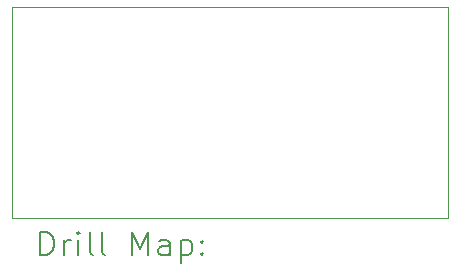
<source format=gbr>
%TF.GenerationSoftware,KiCad,Pcbnew,7.0.2*%
%TF.CreationDate,2023-10-24T21:55:58-04:00*%
%TF.ProjectId,MacroPad Tile Holder Sensors,4d616372-6f50-4616-9420-54696c652048,rev?*%
%TF.SameCoordinates,Original*%
%TF.FileFunction,Drillmap*%
%TF.FilePolarity,Positive*%
%FSLAX45Y45*%
G04 Gerber Fmt 4.5, Leading zero omitted, Abs format (unit mm)*
G04 Created by KiCad (PCBNEW 7.0.2) date 2023-10-24 21:55:58*
%MOMM*%
%LPD*%
G01*
G04 APERTURE LIST*
%ADD10C,0.100000*%
%ADD11C,0.200000*%
G04 APERTURE END LIST*
D10*
X11088000Y-6269000D02*
X14787000Y-6269000D01*
X14787000Y-8053000D01*
X11088000Y-8053000D01*
X11088000Y-6269000D01*
D11*
X11330619Y-8370524D02*
X11330619Y-8170524D01*
X11330619Y-8170524D02*
X11378238Y-8170524D01*
X11378238Y-8170524D02*
X11406809Y-8180048D01*
X11406809Y-8180048D02*
X11425857Y-8199095D01*
X11425857Y-8199095D02*
X11435381Y-8218143D01*
X11435381Y-8218143D02*
X11444905Y-8256238D01*
X11444905Y-8256238D02*
X11444905Y-8284809D01*
X11444905Y-8284809D02*
X11435381Y-8322905D01*
X11435381Y-8322905D02*
X11425857Y-8341952D01*
X11425857Y-8341952D02*
X11406809Y-8361000D01*
X11406809Y-8361000D02*
X11378238Y-8370524D01*
X11378238Y-8370524D02*
X11330619Y-8370524D01*
X11530619Y-8370524D02*
X11530619Y-8237190D01*
X11530619Y-8275286D02*
X11540143Y-8256238D01*
X11540143Y-8256238D02*
X11549667Y-8246714D01*
X11549667Y-8246714D02*
X11568714Y-8237190D01*
X11568714Y-8237190D02*
X11587762Y-8237190D01*
X11654428Y-8370524D02*
X11654428Y-8237190D01*
X11654428Y-8170524D02*
X11644905Y-8180048D01*
X11644905Y-8180048D02*
X11654428Y-8189571D01*
X11654428Y-8189571D02*
X11663952Y-8180048D01*
X11663952Y-8180048D02*
X11654428Y-8170524D01*
X11654428Y-8170524D02*
X11654428Y-8189571D01*
X11778238Y-8370524D02*
X11759190Y-8361000D01*
X11759190Y-8361000D02*
X11749667Y-8341952D01*
X11749667Y-8341952D02*
X11749667Y-8170524D01*
X11883000Y-8370524D02*
X11863952Y-8361000D01*
X11863952Y-8361000D02*
X11854428Y-8341952D01*
X11854428Y-8341952D02*
X11854428Y-8170524D01*
X12111571Y-8370524D02*
X12111571Y-8170524D01*
X12111571Y-8170524D02*
X12178238Y-8313381D01*
X12178238Y-8313381D02*
X12244905Y-8170524D01*
X12244905Y-8170524D02*
X12244905Y-8370524D01*
X12425857Y-8370524D02*
X12425857Y-8265762D01*
X12425857Y-8265762D02*
X12416333Y-8246714D01*
X12416333Y-8246714D02*
X12397286Y-8237190D01*
X12397286Y-8237190D02*
X12359190Y-8237190D01*
X12359190Y-8237190D02*
X12340143Y-8246714D01*
X12425857Y-8361000D02*
X12406809Y-8370524D01*
X12406809Y-8370524D02*
X12359190Y-8370524D01*
X12359190Y-8370524D02*
X12340143Y-8361000D01*
X12340143Y-8361000D02*
X12330619Y-8341952D01*
X12330619Y-8341952D02*
X12330619Y-8322905D01*
X12330619Y-8322905D02*
X12340143Y-8303857D01*
X12340143Y-8303857D02*
X12359190Y-8294333D01*
X12359190Y-8294333D02*
X12406809Y-8294333D01*
X12406809Y-8294333D02*
X12425857Y-8284809D01*
X12521095Y-8237190D02*
X12521095Y-8437190D01*
X12521095Y-8246714D02*
X12540143Y-8237190D01*
X12540143Y-8237190D02*
X12578238Y-8237190D01*
X12578238Y-8237190D02*
X12597286Y-8246714D01*
X12597286Y-8246714D02*
X12606809Y-8256238D01*
X12606809Y-8256238D02*
X12616333Y-8275286D01*
X12616333Y-8275286D02*
X12616333Y-8332428D01*
X12616333Y-8332428D02*
X12606809Y-8351476D01*
X12606809Y-8351476D02*
X12597286Y-8361000D01*
X12597286Y-8361000D02*
X12578238Y-8370524D01*
X12578238Y-8370524D02*
X12540143Y-8370524D01*
X12540143Y-8370524D02*
X12521095Y-8361000D01*
X12702048Y-8351476D02*
X12711571Y-8361000D01*
X12711571Y-8361000D02*
X12702048Y-8370524D01*
X12702048Y-8370524D02*
X12692524Y-8361000D01*
X12692524Y-8361000D02*
X12702048Y-8351476D01*
X12702048Y-8351476D02*
X12702048Y-8370524D01*
X12702048Y-8246714D02*
X12711571Y-8256238D01*
X12711571Y-8256238D02*
X12702048Y-8265762D01*
X12702048Y-8265762D02*
X12692524Y-8256238D01*
X12692524Y-8256238D02*
X12702048Y-8246714D01*
X12702048Y-8246714D02*
X12702048Y-8265762D01*
M02*

</source>
